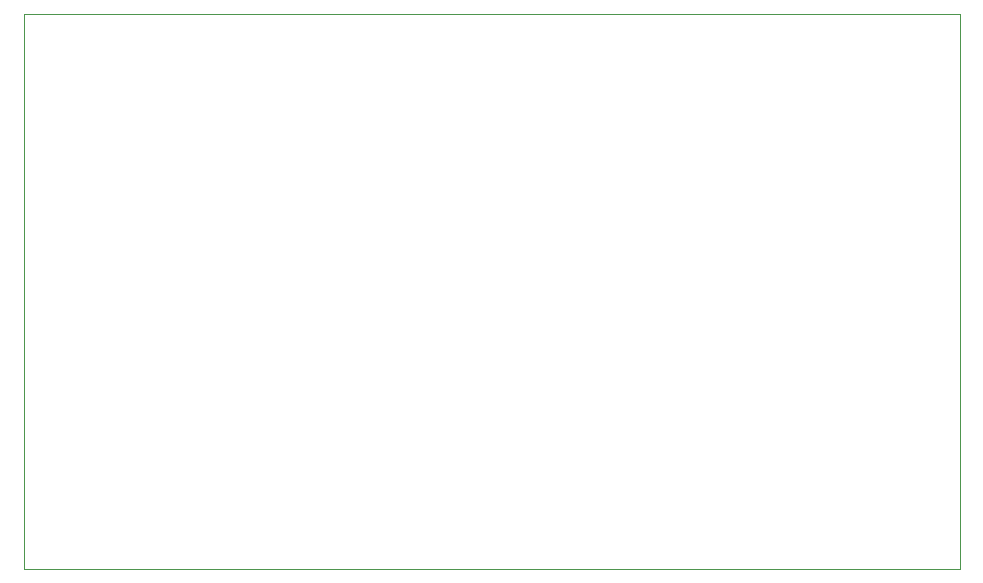
<source format=gbr>
%TF.GenerationSoftware,KiCad,Pcbnew,9.0.4*%
%TF.CreationDate,2025-11-21T01:18:50-06:00*%
%TF.ProjectId,LV Sensor,4c562053-656e-4736-9f72-2e6b69636164,rev?*%
%TF.SameCoordinates,Original*%
%TF.FileFunction,Profile,NP*%
%FSLAX46Y46*%
G04 Gerber Fmt 4.6, Leading zero omitted, Abs format (unit mm)*
G04 Created by KiCad (PCBNEW 9.0.4) date 2025-11-21 01:18:50*
%MOMM*%
%LPD*%
G01*
G04 APERTURE LIST*
%TA.AperFunction,Profile*%
%ADD10C,0.050000*%
%TD*%
G04 APERTURE END LIST*
D10*
X149500000Y-52250000D02*
X228750000Y-52250000D01*
X228750000Y-99250000D01*
X149500000Y-99250000D01*
X149500000Y-52250000D01*
M02*

</source>
